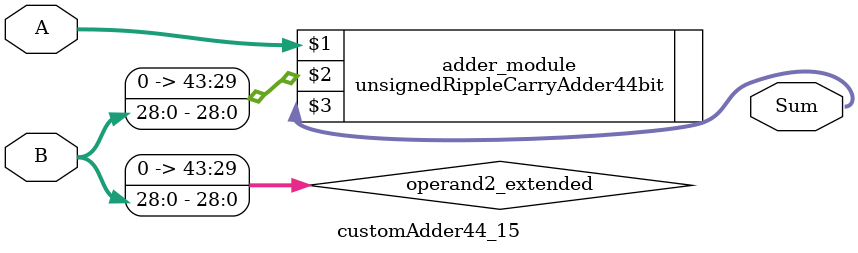
<source format=v>
module customAdder44_15(
                        input [43 : 0] A,
                        input [28 : 0] B,
                        
                        output [44 : 0] Sum
                );

        wire [43 : 0] operand2_extended;
        
        assign operand2_extended =  {15'b0, B};
        
        unsignedRippleCarryAdder44bit adder_module(
            A,
            operand2_extended,
            Sum
        );
        
        endmodule
        
</source>
